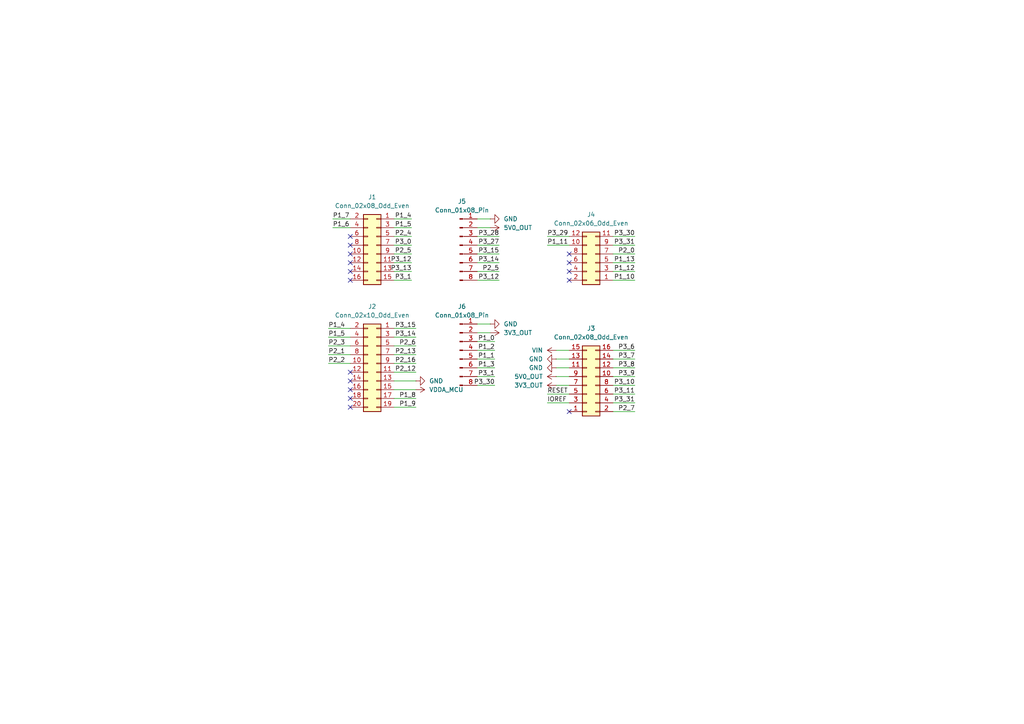
<source format=kicad_sch>
(kicad_sch (version 20250114) (generator "eeschema") (generator_version "9.0")
  (paper "A4")
  (title_block (title "FRDM-MCXA153 shield template") (date "2025-05-05") (company "Alessandro Lo Monaco"))
  (lib_symbols
    (symbol "Connector:Conn_01x08_Pin" (pin_names (offset 1.016) (hide yes))
      (property "Reference" "J" (at 0 10.16 0))
      (property "Value" "Conn_01x08_Pin" (at 0 -12.7 0))
      (symbol "Conn_01x08_Pin_1_1"
        (rectangle (start 0.8636 7.747) (end 0 7.493) (stroke (width 0.1524)) (fill (type outline)))
        (rectangle (start 0.8636 5.207) (end 0 4.953) (stroke (width 0.1524)) (fill (type outline)))
        (rectangle (start 0.8636 2.667) (end 0 2.413) (stroke (width 0.1524)) (fill (type outline)))
        (rectangle (start 0.8636 0.127) (end 0 -0.127) (stroke (width 0.1524)) (fill (type outline)))
        (rectangle (start 0.8636 -2.413) (end 0 -2.667) (stroke (width 0.1524)) (fill (type outline)))
        (rectangle (start 0.8636 -4.953) (end 0 -5.207) (stroke (width 0.1524)) (fill (type outline)))
        (rectangle (start 0.8636 -7.493) (end 0 -7.747) (stroke (width 0.1524)) (fill (type outline)))
        (rectangle (start 0.8636 -10.033) (end 0 -10.287) (stroke (width 0.1524)) (fill (type outline)))
        (polyline (pts (xy 1.27 7.62) (xy 0.8636 7.62)) (stroke (width 0.1524)))
        (polyline (pts (xy 1.27 5.08) (xy 0.8636 5.08)) (stroke (width 0.1524)))
        (polyline (pts (xy 1.27 2.54) (xy 0.8636 2.54)) (stroke (width 0.1524)))
        (polyline (pts (xy 1.27 0) (xy 0.8636 0)) (stroke (width 0.1524)))
        (polyline (pts (xy 1.27 -2.54) (xy 0.8636 -2.54)) (stroke (width 0.1524)))
        (polyline (pts (xy 1.27 -5.08) (xy 0.8636 -5.08)) (stroke (width 0.1524)))
        (polyline (pts (xy 1.27 -7.62) (xy 0.8636 -7.62)) (stroke (width 0.1524)))
        (polyline (pts (xy 1.27 -10.16) (xy 0.8636 -10.16)) (stroke (width 0.1524)))
        (pin passive line (at 5.08 7.62 180) (length 3.81) (name "Pin_1") (number "1"))
        (pin passive line (at 5.08 5.08 180) (length 3.81) (name "Pin_2") (number "2"))
        (pin passive line (at 5.08 2.54 180) (length 3.81) (name "Pin_3") (number "3"))
        (pin passive line (at 5.08 0 180) (length 3.81) (name "Pin_4") (number "4"))
        (pin passive line (at 5.08 -2.54 180) (length 3.81) (name "Pin_5") (number "5"))
        (pin passive line (at 5.08 -5.08 180) (length 3.81) (name "Pin_6") (number "6"))
        (pin passive line (at 5.08 -7.62 180) (length 3.81) (name "Pin_7") (number "7"))
        (pin passive line (at 5.08 -10.16 180) (length 3.81) (name "Pin_8") (number "8"))
      )
    )
    (symbol "Connector_Generic:Conn_02x06_Odd_Even" (pin_names (offset 1.016) (hide yes))
      (property "Reference" "J" (at 1.27 7.62 0))
      (property "Value" "Conn_02x06_Odd_Even" (at 1.27 -10.16 0))
      (symbol "Conn_02x06_Odd_Even_1_1"
        (rectangle (start -1.27 6.35) (end 3.81 -8.89) (stroke (width 0.254)) (fill (type background)))
        (rectangle (start -1.27 5.207) (end 0 4.953) (stroke (width 0.1524)))
        (rectangle (start -1.27 2.667) (end 0 2.413) (stroke (width 0.1524)))
        (rectangle (start -1.27 0.127) (end 0 -0.127) (stroke (width 0.1524)))
        (rectangle (start -1.27 -2.413) (end 0 -2.667) (stroke (width 0.1524)))
        (rectangle (start -1.27 -4.953) (end 0 -5.207) (stroke (width 0.1524)))
        (rectangle (start -1.27 -7.493) (end 0 -7.747) (stroke (width 0.1524)))
        (rectangle (start 3.81 5.207) (end 2.54 4.953) (stroke (width 0.1524)))
        (rectangle (start 3.81 2.667) (end 2.54 2.413) (stroke (width 0.1524)))
        (rectangle (start 3.81 0.127) (end 2.54 -0.127) (stroke (width 0.1524)))
        (rectangle (start 3.81 -2.413) (end 2.54 -2.667) (stroke (width 0.1524)))
        (rectangle (start 3.81 -4.953) (end 2.54 -5.207) (stroke (width 0.1524)))
        (rectangle (start 3.81 -7.493) (end 2.54 -7.747) (stroke (width 0.1524)))
        (pin passive line (at -5.08 5.08 0) (length 3.81) (name "Pin_1") (number "1"))
        (pin passive line (at -5.08 2.54 0) (length 3.81) (name "Pin_3") (number "3"))
        (pin passive line (at -5.08 0 0) (length 3.81) (name "Pin_5") (number "5"))
        (pin passive line (at -5.08 -2.54 0) (length 3.81) (name "Pin_7") (number "7"))
        (pin passive line (at -5.08 -5.08 0) (length 3.81) (name "Pin_9") (number "9"))
        (pin passive line (at -5.08 -7.62 0) (length 3.81) (name "Pin_11") (number "11"))
        (pin passive line (at 7.62 5.08 180) (length 3.81) (name "Pin_2") (number "2"))
        (pin passive line (at 7.62 2.54 180) (length 3.81) (name "Pin_4") (number "4"))
        (pin passive line (at 7.62 0 180) (length 3.81) (name "Pin_6") (number "6"))
        (pin passive line (at 7.62 -2.54 180) (length 3.81) (name "Pin_8") (number "8"))
        (pin passive line (at 7.62 -5.08 180) (length 3.81) (name "Pin_10") (number "10"))
        (pin passive line (at 7.62 -7.62 180) (length 3.81) (name "Pin_12") (number "12"))
      )
    )
    (symbol "Connector_Generic:Conn_02x08_Odd_Even" (pin_names (offset 1.016) (hide yes))
      (property "Reference" "J" (at 1.27 10.16 0))
      (property "Value" "Conn_02x08_Odd_Even" (at 1.27 -12.7 0))
      (symbol "Conn_02x08_Odd_Even_1_1"
        (rectangle (start -1.27 8.89) (end 3.81 -11.43) (stroke (width 0.254)) (fill (type background)))
        (rectangle (start -1.27 7.747) (end 0 7.493) (stroke (width 0.1524)))
        (rectangle (start -1.27 5.207) (end 0 4.953) (stroke (width 0.1524)))
        (rectangle (start -1.27 2.667) (end 0 2.413) (stroke (width 0.1524)))
        (rectangle (start -1.27 0.127) (end 0 -0.127) (stroke (width 0.1524)))
        (rectangle (start -1.27 -2.413) (end 0 -2.667) (stroke (width 0.1524)))
        (rectangle (start -1.27 -4.953) (end 0 -5.207) (stroke (width 0.1524)))
        (rectangle (start -1.27 -7.493) (end 0 -7.747) (stroke (width 0.1524)))
        (rectangle (start -1.27 -10.033) (end 0 -10.287) (stroke (width 0.1524)))
        (rectangle (start 3.81 7.747) (end 2.54 7.493) (stroke (width 0.1524)))
        (rectangle (start 3.81 5.207) (end 2.54 4.953) (stroke (width 0.1524)))
        (rectangle (start 3.81 2.667) (end 2.54 2.413) (stroke (width 0.1524)))
        (rectangle (start 3.81 0.127) (end 2.54 -0.127) (stroke (width 0.1524)))
        (rectangle (start 3.81 -2.413) (end 2.54 -2.667) (stroke (width 0.1524)))
        (rectangle (start 3.81 -4.953) (end 2.54 -5.207) (stroke (width 0.1524)))
        (rectangle (start 3.81 -7.493) (end 2.54 -7.747) (stroke (width 0.1524)))
        (rectangle (start 3.81 -10.033) (end 2.54 -10.287) (stroke (width 0.1524)))
        (pin passive line (at -5.08 7.62 0) (length 3.81) (name "Pin_1") (number "1"))
        (pin passive line (at -5.08 5.08 0) (length 3.81) (name "Pin_3") (number "3"))
        (pin passive line (at -5.08 2.54 0) (length 3.81) (name "Pin_5") (number "5"))
        (pin passive line (at -5.08 0 0) (length 3.81) (name "Pin_7") (number "7"))
        (pin passive line (at -5.08 -2.54 0) (length 3.81) (name "Pin_9") (number "9"))
        (pin passive line (at -5.08 -5.08 0) (length 3.81) (name "Pin_11") (number "11"))
        (pin passive line (at -5.08 -7.62 0) (length 3.81) (name "Pin_13") (number "13"))
        (pin passive line (at -5.08 -10.16 0) (length 3.81) (name "Pin_15") (number "15"))
        (pin passive line (at 7.62 7.62 180) (length 3.81) (name "Pin_2") (number "2"))
        (pin passive line (at 7.62 5.08 180) (length 3.81) (name "Pin_4") (number "4"))
        (pin passive line (at 7.62 2.54 180) (length 3.81) (name "Pin_6") (number "6"))
        (pin passive line (at 7.62 0 180) (length 3.81) (name "Pin_8") (number "8"))
        (pin passive line (at 7.62 -2.54 180) (length 3.81) (name "Pin_10") (number "10"))
        (pin passive line (at 7.62 -5.08 180) (length 3.81) (name "Pin_12") (number "12"))
        (pin passive line (at 7.62 -7.62 180) (length 3.81) (name "Pin_14") (number "14"))
        (pin passive line (at 7.62 -10.16 180) (length 3.81) (name "Pin_16") (number "16"))
      )
    )
    (symbol "Connector_Generic:Conn_02x10_Odd_Even" (pin_names (offset 1.016) (hide yes))
      (property "Reference" "J" (at 1.27 12.7 0))
      (property "Value" "Conn_02x10_Odd_Even" (at 1.27 -15.24 0))
      (symbol "Conn_02x10_Odd_Even_1_1"
        (rectangle (start -1.27 11.43) (end 3.81 -13.97) (stroke (width 0.254)) (fill (type background)))
        (rectangle (start -1.27 10.287) (end 0 10.033) (stroke (width 0.1524)))
        (rectangle (start -1.27 7.747) (end 0 7.493) (stroke (width 0.1524)))
        (rectangle (start -1.27 5.207) (end 0 4.953) (stroke (width 0.1524)))
        (rectangle (start -1.27 2.667) (end 0 2.413) (stroke (width 0.1524)))
        (rectangle (start -1.27 0.127) (end 0 -0.127) (stroke (width 0.1524)))
        (rectangle (start -1.27 -2.413) (end 0 -2.667) (stroke (width 0.1524)))
        (rectangle (start -1.27 -4.953) (end 0 -5.207) (stroke (width 0.1524)))
        (rectangle (start -1.27 -7.493) (end 0 -7.747) (stroke (width 0.1524)))
        (rectangle (start -1.27 -10.033) (end 0 -10.287) (stroke (width 0.1524)))
        (rectangle (start -1.27 -12.573) (end 0 -12.827) (stroke (width 0.1524)))
        (rectangle (start 3.81 10.287) (end 2.54 10.033) (stroke (width 0.1524)))
        (rectangle (start 3.81 7.747) (end 2.54 7.493) (stroke (width 0.1524)))
        (rectangle (start 3.81 5.207) (end 2.54 4.953) (stroke (width 0.1524)))
        (rectangle (start 3.81 2.667) (end 2.54 2.413) (stroke (width 0.1524)))
        (rectangle (start 3.81 0.127) (end 2.54 -0.127) (stroke (width 0.1524)))
        (rectangle (start 3.81 -2.413) (end 2.54 -2.667) (stroke (width 0.1524)))
        (rectangle (start 3.81 -4.953) (end 2.54 -5.207) (stroke (width 0.1524)))
        (rectangle (start 3.81 -7.493) (end 2.54 -7.747) (stroke (width 0.1524)))
        (rectangle (start 3.81 -10.033) (end 2.54 -10.287) (stroke (width 0.1524)))
        (rectangle (start 3.81 -12.573) (end 2.54 -12.827) (stroke (width 0.1524)))
        (pin passive line (at -5.08 10.16 0) (length 3.81) (name "Pin_1") (number "1"))
        (pin passive line (at -5.08 7.62 0) (length 3.81) (name "Pin_3") (number "3"))
        (pin passive line (at -5.08 5.08 0) (length 3.81) (name "Pin_5") (number "5"))
        (pin passive line (at -5.08 2.54 0) (length 3.81) (name "Pin_7") (number "7"))
        (pin passive line (at -5.08 0 0) (length 3.81) (name "Pin_9") (number "9"))
        (pin passive line (at -5.08 -2.54 0) (length 3.81) (name "Pin_11") (number "11"))
        (pin passive line (at -5.08 -5.08 0) (length 3.81) (name "Pin_13") (number "13"))
        (pin passive line (at -5.08 -7.62 0) (length 3.81) (name "Pin_15") (number "15"))
        (pin passive line (at -5.08 -10.16 0) (length 3.81) (name "Pin_17") (number "17"))
        (pin passive line (at -5.08 -12.7 0) (length 3.81) (name "Pin_19") (number "19"))
        (pin passive line (at 7.62 10.16 180) (length 3.81) (name "Pin_2") (number "2"))
        (pin passive line (at 7.62 7.62 180) (length 3.81) (name "Pin_4") (number "4"))
        (pin passive line (at 7.62 5.08 180) (length 3.81) (name "Pin_6") (number "6"))
        (pin passive line (at 7.62 2.54 180) (length 3.81) (name "Pin_8") (number "8"))
        (pin passive line (at 7.62 0 180) (length 3.81) (name "Pin_10") (number "10"))
        (pin passive line (at 7.62 -2.54 180) (length 3.81) (name "Pin_12") (number "12"))
        (pin passive line (at 7.62 -5.08 180) (length 3.81) (name "Pin_14") (number "14"))
        (pin passive line (at 7.62 -7.62 180) (length 3.81) (name "Pin_16") (number "16"))
        (pin passive line (at 7.62 -10.16 180) (length 3.81) (name "Pin_18") (number "18"))
        (pin passive line (at 7.62 -12.7 180) (length 3.81) (name "Pin_20") (number "20"))
      )
    )
    (symbol "power:GND" (power) (pin_numbers (hide yes)) (pin_names (offset 0) (hide yes))
      (property "Value" "GND" (at 0 -3.81 0))
      (symbol "GND_0_1"
        (polyline (pts (xy 0 0) (xy 0 -1.27) (xy 1.27 -1.27) (xy 0 -2.54) (xy -1.27 -1.27) (xy 0 -1.27)))
      )
      (symbol "GND_1_1"
        (pin power_in line (at 0 0 270) (length 0) (name "~") (number "1"))
      )
    )
    (symbol "power:VAA" (power) (pin_numbers (hide yes)) (pin_names (offset 0) (hide yes))
      (property "Value" "VAA" (at 0 3.556 0))
      (symbol "VAA_0_1"
        (polyline (pts (xy -0.762 1.27) (xy 0 2.54)))
        (polyline (pts (xy 0 2.54) (xy 0.762 1.27)))
        (polyline (pts (xy 0 0) (xy 0 2.54)))
      )
      (symbol "VAA_1_1"
        (pin power_in line (at 0 0 90) (length 0) (name "~") (number "1"))
      )
    )
  )
  (no_connect (at 165.1 81.28))
  (no_connect (at 165.1 78.74))
  (no_connect (at 101.6 81.28))
  (no_connect (at 101.6 115.57))
  (no_connect (at 101.6 73.66))
  (no_connect (at 101.6 107.95))
  (no_connect (at 165.1 119.38))
  (no_connect (at 101.6 113.03))
  (no_connect (at 165.1 76.2))
  (no_connect (at 101.6 78.74))
  (no_connect (at 101.6 68.58))
  (no_connect (at 101.6 110.49))
  (no_connect (at 101.6 76.2))
  (no_connect (at 165.1 73.66))
  (no_connect (at 101.6 71.12))
  (no_connect (at 101.6 118.11))
  (wire (pts (xy 184.15 114.3) (xy 177.8 114.3)))
  (wire (pts (xy 138.43 111.76) (xy 143.51 111.76)))
  (wire (pts (xy 138.43 106.68) (xy 143.51 106.68)))
  (wire (pts (xy 138.43 109.22) (xy 143.51 109.22)))
  (wire (pts (xy 119.38 71.12) (xy 114.3 71.12)))
  (wire (pts (xy 120.65 100.33) (xy 114.3 100.33)))
  (wire (pts (xy 184.15 111.76) (xy 177.8 111.76)))
  (wire (pts (xy 119.38 73.66) (xy 114.3 73.66)))
  (wire (pts (xy 184.15 109.22) (xy 177.8 109.22)))
  (wire (pts (xy 177.8 73.66) (xy 184.15 73.66)))
  (wire (pts (xy 138.43 71.12) (xy 144.78 71.12)))
  (wire (pts (xy 120.65 110.49) (xy 114.3 110.49)))
  (wire (pts (xy 138.43 68.58) (xy 144.78 68.58)))
  (wire (pts (xy 138.43 96.52) (xy 142.24 96.52)))
  (wire (pts (xy 138.43 66.04) (xy 142.24 66.04)))
  (wire (pts (xy 120.65 95.25) (xy 114.3 95.25)))
  (wire (pts (xy 138.43 63.5) (xy 142.24 63.5)))
  (wire (pts (xy 184.15 106.68) (xy 177.8 106.68)))
  (wire (pts (xy 165.1 111.76) (xy 161.29 111.76)))
  (wire (pts (xy 120.65 102.87) (xy 114.3 102.87)))
  (wire (pts (xy 177.8 81.28) (xy 184.15 81.28)))
  (wire (pts (xy 119.38 76.2) (xy 114.3 76.2)))
  (wire (pts (xy 138.43 81.28) (xy 144.78 81.28)))
  (wire (pts (xy 165.1 106.68) (xy 161.29 106.68)))
  (wire (pts (xy 184.15 104.14) (xy 177.8 104.14)))
  (wire (pts (xy 177.8 78.74) (xy 184.15 78.74)))
  (wire (pts (xy 120.65 113.03) (xy 114.3 113.03)))
  (wire (pts (xy 177.8 68.58) (xy 184.15 68.58)))
  (wire (pts (xy 138.43 99.06) (xy 143.51 99.06)))
  (wire (pts (xy 165.1 71.12) (xy 158.75 71.12)))
  (wire (pts (xy 165.1 68.58) (xy 158.75 68.58)))
  (wire (pts (xy 184.15 116.84) (xy 177.8 116.84)))
  (wire (pts (xy 101.6 102.87) (xy 95.25 102.87)))
  (wire (pts (xy 120.65 105.41) (xy 114.3 105.41)))
  (wire (pts (xy 184.15 119.38) (xy 177.8 119.38)))
  (wire (pts (xy 177.8 76.2) (xy 184.15 76.2)))
  (wire (pts (xy 138.43 101.6) (xy 143.51 101.6)))
  (wire (pts (xy 177.8 71.12) (xy 184.15 71.12)))
  (wire (pts (xy 165.1 104.14) (xy 161.29 104.14)))
  (wire (pts (xy 101.6 100.33) (xy 95.25 100.33)))
  (wire (pts (xy 119.38 68.58) (xy 114.3 68.58)))
  (wire (pts (xy 96.52 66.04) (xy 101.6 66.04)))
  (wire (pts (xy 120.65 118.11) (xy 114.3 118.11)))
  (wire (pts (xy 119.38 78.74) (xy 114.3 78.74)))
  (wire (pts (xy 96.52 63.5) (xy 101.6 63.5)))
  (wire (pts (xy 165.1 101.6) (xy 161.29 101.6)))
  (wire (pts (xy 165.1 109.22) (xy 161.29 109.22)))
  (wire (pts (xy 120.65 107.95) (xy 114.3 107.95)))
  (wire (pts (xy 120.65 115.57) (xy 114.3 115.57)))
  (wire (pts (xy 119.38 81.28) (xy 114.3 81.28)))
  (wire (pts (xy 119.38 66.04) (xy 114.3 66.04)))
  (wire (pts (xy 120.65 97.79) (xy 114.3 97.79)))
  (wire (pts (xy 95.25 97.79) (xy 101.6 97.79)))
  (wire (pts (xy 138.43 73.66) (xy 144.78 73.66)))
  (wire (pts (xy 165.1 116.84) (xy 158.75 116.84)))
  (wire (pts (xy 95.25 95.25) (xy 101.6 95.25)))
  (wire (pts (xy 119.38 63.5) (xy 114.3 63.5)))
  (wire (pts (xy 165.1 114.3) (xy 158.75 114.3)))
  (wire (pts (xy 138.43 93.98) (xy 142.24 93.98)))
  (wire (pts (xy 101.6 105.41) (xy 95.25 105.41)))
  (wire (pts (xy 138.43 76.2) (xy 144.78 76.2)))
  (wire (pts (xy 184.15 101.6) (xy 177.8 101.6)))
  (wire (pts (xy 138.43 104.14) (xy 143.51 104.14)))
  (wire (pts (xy 138.43 78.74) (xy 144.78 78.74)))
  (label "P3_12" (at 119.38 76.2 180))
  (label "P2_5" (at 144.78 78.74 180))
  (label "P1_5" (at 119.38 66.04 180))
  (label "P1_3" (at 143.51 106.68 180))
  (label "P3_13" (at 119.38 78.74 180))
  (label "P2_0" (at 184.15 73.66 180))
  (label "P3_1" (at 143.51 109.22 180))
  (label "P2_16" (at 120.65 105.41 180))
  (label "P1_4" (at 95.25 95.25 0))
  (label "P1_7" (at 96.52 63.5 0))
  (label "P3_30" (at 184.15 68.58 180))
  (label "P3_10" (at 184.15 111.76 180))
  (label "P2_4" (at 119.38 68.58 180))
  (label "P3_28" (at 144.78 68.58 180))
  (label "P3_31" (at 184.15 116.84 180))
  (label "P2_3" (at 95.25 100.33 0))
  (label "P1_2" (at 143.51 101.6 180))
  (label "P2_6" (at 120.65 100.33 180))
  (label "RESET" (at 158.75 114.3 0))
  (label "P1_6" (at 96.52 66.04 0))
  (label "P3_12" (at 144.78 81.28 180))
  (label "P1_11" (at 158.75 71.12 0))
  (label "P1_5" (at 95.25 97.79 0))
  (label "P3_9" (at 184.15 109.22 180))
  (label "P1_0" (at 143.51 99.06 180))
  (label "P3_31" (at 184.15 71.12 180))
  (label "P3_27" (at 144.78 71.12 180))
  (label "P1_12" (at 184.15 78.74 180))
  (label "P2_7" (at 184.15 119.38 180))
  (label "P3_0" (at 119.38 71.12 180))
  (label "P2_12" (at 120.65 107.95 180))
  (label "P1_1" (at 143.51 104.14 180))
  (label "P1_8" (at 120.65 115.57 180))
  (label "P3_7" (at 184.15 104.14 180))
  (label "P2_1" (at 95.25 102.87 0))
  (label "P3_14" (at 120.65 97.79 180))
  (label "P1_10" (at 184.15 81.28 180))
  (label "P3_30" (at 143.51 111.76 180))
  (label "P3_14" (at 144.78 76.2 180))
  (label "P3_11" (at 184.15 114.3 180))
  (label "P1_9" (at 120.65 118.11 180))
  (label "P3_15" (at 120.65 95.25 180))
  (label "P3_6" (at 184.15 101.6 180))
  (label "P3_29" (at 158.75 68.58 0))
  (label "IOREF" (at 158.75 116.84 0))
  (label "P2_2" (at 95.25 105.41 0))
  (label "P1_13" (at 184.15 76.2 180))
  (label "P3_8" (at 184.15 106.68 180))
  (label "P3_15" (at 144.78 73.66 180))
  (label "P2_13" (at 120.65 102.87 180))
  (label "P1_4" (at 119.38 63.5 180))
  (label "P3_1" (at 119.38 81.28 180))
  (label "P2_5" (at 119.38 73.66 180))
  (symbol (lib_id "Connector:Conn_01x08_Pin") (at 133.35 101.6 0) (unit 1)
    (property "Reference" "J6" (at 133.985 88.9 0))
    (property "Value" "Conn_01x08_Pin" (at 133.985 91.44 0))
    (property "Footprint" "Connector_PinHeader_2.54mm:PinHeader_1x08_P2.54mm_Vertical" (effects (hide yes)))
    (property "Description" "Generic connector, single row, 01x08, script generated" (effects (hide yes)))
  )
  (symbol (lib_id "Connector_Generic:Conn_02x08_Odd_Even") (at 109.22 71.12 0) (mirror y) (unit 1)
    (property "Reference" "J1" (at 107.95 57.15 0))
    (property "Value" "Conn_02x08_Odd_Even" (at 107.95 59.69 0))
    (property "Footprint" "Connector_PinHeader_2.54mm:PinHeader_2x08_P2.54mm_Vertical" (effects (hide yes)))
    (property "Description" "Generic connector, double row, 02x08, odd/even pin numbering scheme (row 1 odd numbers, row 2 even numbers), script generated (kicad-library-utils/schlib/autogen/connector/)" (effects (hide yes)))
  )
  (symbol (lib_id "power:GND") (at 142.24 63.5 90) (unit 1)
    (property "Reference" "#PWR08" (effects (hide yes)))
    (property "Value" "GND" (at 146.05 63.4999 90) (effects (justify right)))
    (property "Description" "Power symbol creates a global label with name \"GND\" , ground" (effects (hide yes)))
  )
  (symbol (lib_id "power:VAA") (at 120.65 113.03 270) (mirror x) (unit 1)
    (property "Reference" "#PWR02" (effects (hide yes)))
    (property "Value" "VDDA_MCU" (at 124.46 113.0299 90) (effects (justify left)))
    (property "Description" "Power symbol creates a global label with name \"VAA\"" (effects (hide yes)))
  )
  (symbol (lib_id "power:VAA") (at 142.24 96.52 270) (unit 1)
    (property "Reference" "#PWR011" (effects (hide yes)))
    (property "Value" "3V3_OUT" (at 146.05 96.5199 90) (effects (justify left)))
    (property "Description" "Power symbol creates a global label with name \"VAA\"" (effects (hide yes)))
  )
  (symbol (lib_id "Connector_Generic:Conn_02x06_Odd_Even") (at 172.72 76.2 180) (unit 1)
    (property "Reference" "J4" (at 171.45 62.23 0))
    (property "Value" "Conn_02x06_Odd_Even" (at 171.45 64.77 0))
    (property "Footprint" "Connector_PinHeader_2.54mm:PinHeader_2x06_P2.54mm_Vertical" (effects (hide yes)))
    (property "Description" "Generic connector, double row, 02x06, odd/even pin numbering scheme (row 1 odd numbers, row 2 even numbers), script generated (kicad-library-utils/schlib/autogen/connector/)" (effects (hide yes)))
  )
  (symbol (lib_id "power:VAA") (at 161.29 101.6 90) (mirror x) (unit 1)
    (property "Reference" "#PWR03" (effects (hide yes)))
    (property "Value" "VIN" (at 157.48 101.5999 90) (effects (justify left)))
    (property "Description" "Power symbol creates a global label with name \"VAA\"" (effects (hide yes)))
  )
  (symbol (lib_id "Connector_Generic:Conn_02x08_Odd_Even") (at 170.18 111.76 0) (mirror x) (unit 1)
    (property "Reference" "J3" (at 171.45 95.25 0))
    (property "Value" "Conn_02x08_Odd_Even" (at 171.45 97.79 0))
    (property "Footprint" "Connector_PinHeader_2.54mm:PinHeader_2x08_P2.54mm_Vertical" (effects (hide yes)))
    (property "Description" "Generic connector, double row, 02x08, odd/even pin numbering scheme (row 1 odd numbers, row 2 even numbers), script generated (kicad-library-utils/schlib/autogen/connector/)" (effects (hide yes)))
  )
  (symbol (lib_id "power:VAA") (at 161.29 111.76 90) (mirror x) (unit 1)
    (property "Reference" "#PWR07" (effects (hide yes)))
    (property "Value" "3V3_OUT" (at 157.48 111.7599 90) (effects (justify left)))
    (property "Description" "Power symbol creates a global label with name \"VAA\"" (effects (hide yes)))
  )
  (symbol (lib_id "power:GND") (at 161.29 104.14 270) (mirror x) (unit 1)
    (property "Reference" "#PWR04" (effects (hide yes)))
    (property "Value" "GND" (at 157.48 104.1399 90) (effects (justify right)))
    (property "Description" "Power symbol creates a global label with name \"GND\" , ground" (effects (hide yes)))
  )
  (symbol (lib_id "Connector_Generic:Conn_02x10_Odd_Even") (at 109.22 105.41 0) (mirror y) (unit 1)
    (property "Reference" "J2" (at 107.95 88.9 0))
    (property "Value" "Conn_02x10_Odd_Even" (at 107.95 91.44 0))
    (property "Footprint" "Connector_PinHeader_2.54mm:PinHeader_2x10_P2.54mm_Vertical" (effects (hide yes)))
    (property "Description" "Generic connector, double row, 02x10, odd/even pin numbering scheme (row 1 odd numbers, row 2 even numbers), script generated (kicad-library-utils/schlib/autogen/connector/)" (effects (hide yes)))
  )
  (symbol (lib_id "power:VAA") (at 161.29 109.22 90) (mirror x) (unit 1)
    (property "Reference" "#PWR06" (effects (hide yes)))
    (property "Value" "5V0_OUT" (at 157.48 109.2199 90) (effects (justify left)))
    (property "Description" "Power symbol creates a global label with name \"VAA\"" (effects (hide yes)))
  )
  (symbol (lib_id "Connector:Conn_01x08_Pin") (at 133.35 71.12 0) (unit 1)
    (property "Reference" "J5" (at 133.985 58.42 0))
    (property "Value" "Conn_01x08_Pin" (at 133.985 60.96 0))
    (property "Footprint" "Connector_PinHeader_2.54mm:PinHeader_1x08_P2.54mm_Vertical" (effects (hide yes)))
    (property "Description" "Generic connector, single row, 01x08, script generated" (effects (hide yes)))
  )
  (symbol (lib_id "power:GND") (at 142.24 93.98 90) (unit 1)
    (property "Reference" "#PWR010" (effects (hide yes)))
    (property "Value" "GND" (at 146.05 93.9799 90) (effects (justify right)))
    (property "Description" "Power symbol creates a global label with name \"GND\" , ground" (effects (hide yes)))
  )
  (symbol (lib_id "power:GND") (at 161.29 106.68 270) (mirror x) (unit 1)
    (property "Reference" "#PWR05" (effects (hide yes)))
    (property "Value" "GND" (at 157.48 106.6799 90) (effects (justify right)))
    (property "Description" "Power symbol creates a global label with name \"GND\" , ground" (effects (hide yes)))
  )
  (symbol (lib_id "power:VAA") (at 142.24 66.04 270) (unit 1)
    (property "Reference" "#PWR09" (effects (hide yes)))
    (property "Value" "5V0_OUT" (at 146.05 66.0399 90) (effects (justify left)))
    (property "Description" "Power symbol creates a global label with name \"VAA\"" (effects (hide yes)))
  )
  (symbol (lib_id "power:GND") (at 120.65 110.49 90) (mirror x) (unit 1)
    (property "Reference" "#PWR01" (effects (hide yes)))
    (property "Value" "GND" (at 124.46 110.4899 90) (effects (justify right)))
    (property "Description" "Power symbol creates a global label with name \"GND\" , ground" (effects (hide yes)))
  )
)
</source>
